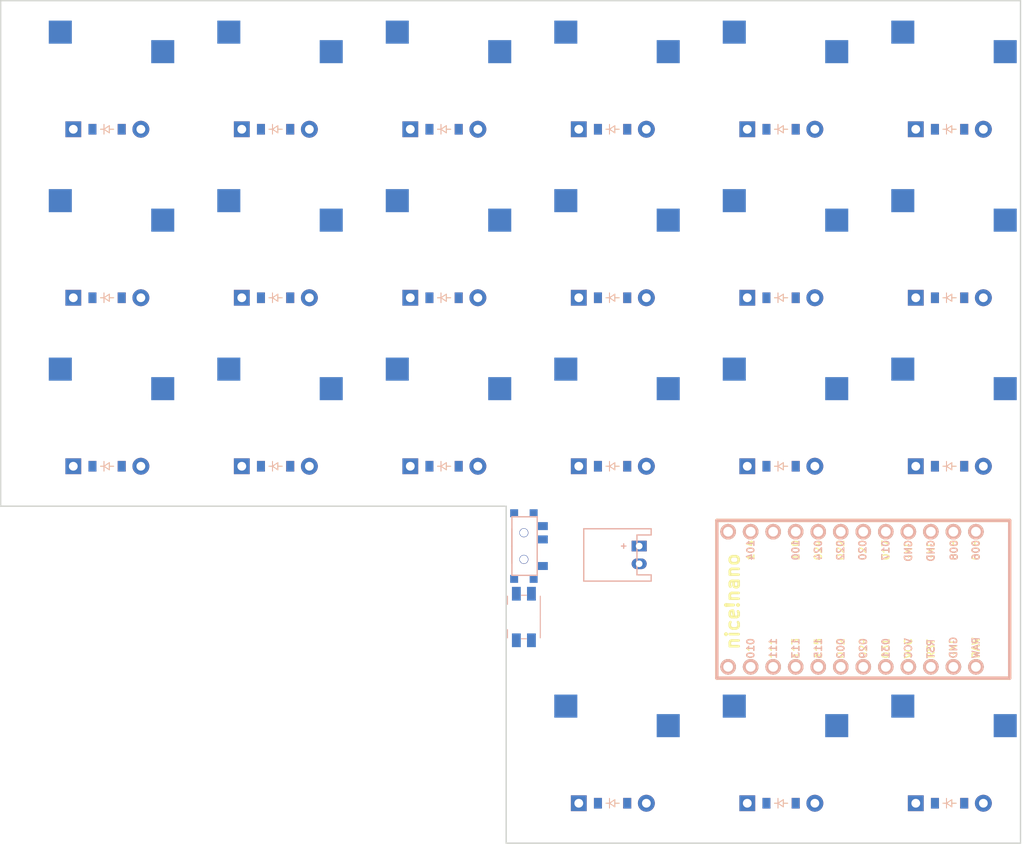
<source format=kicad_pcb>
(kicad_pcb (version 20241229) (generator "pcbnew") (generator_version "9.0")
  (title_block (title "main") (rev "v1.0.0") (company "Unknown"))
  (layers (0 "F.Cu" signal) (2 "B.Cu" signal) (13 "F.Paste" user) (15 "B.Paste" user) (5 "F.SilkS" user) (7 "B.SilkS" user) (1 "F.Mask" user) (3 "B.Mask" user) (25 "Edge.Cuts" user))
  (net 0 "")
  (net 1 "P022")
  (net 2 "outer_bottom")
  (net 3 "outer_home")
  (net 4 "outer_top")
  (net 5 "P020")
  (net 6 "pinky_bottom")
  (net 7 "pinky_home")
  (net 8 "pinky_top")
  (net 9 "P017")
  (net 10 "ring_bottom")
  (net 11 "ring_home")
  (net 12 "ring_top")
  (net 13 "P113")
  (net 14 "middle_thumb")
  (net 15 "middle_bottom")
  (net 16 "middle_home")
  (net 17 "middle_top")
  (net 18 "P111")
  (net 19 "index_thumb")
  (net 20 "index_bottom")
  (net 21 "index_home")
  (net 22 "index_top")
  (net 23 "P115")
  (net 24 "inner_thumb")
  (net 25 "inner_bottom")
  (net 26 "inner_home")
  (net 27 "inner_top")
  (net 28 "P011")
  (net 29 "P100")
  (net 30 "P024")
  (net 31 "P010")
  (net 32 "RAW")
  (net 33 "GND")
  (net 34 "RST")
  (net 35 "VCC")
  (net 36 "P031")
  (net 37 "P029")
  (net 38 "P002")
  (net 39 "P009")
  (net 40 "P006")
  (net 41 "P008")
  (net 42 "P104")
  (net 43 "P106")
  (net 44 "pos")
  (footprint "E73:SPDT_C128955" (layer "F.Cu") (at 149 126 90)
    (property "Reference" "T1" (hide yes))
    (property "Value" "" (hide yes))
    (pad "" smd rect (at -3.7 -1.1 90) (size 0.9 0.9) (layers "B.Cu" "B.Mask" "B.Paste"))
    (pad "" smd rect (at -3.7 1.1 90) (size 0.9 0.9) (layers "B.Cu" "B.Mask" "B.Paste"))
    (pad "" np_thru_hole circle (at -1.5 0) (size 1 1) (drill 0.9) (layers "*.Cu" "*.Mask"))
    (pad "" np_thru_hole circle (at 1.5 0) (size 1 1) (drill 0.9) (layers "*.Cu" "*.Mask"))
    (pad "" smd rect (at 3.7 -1.1 90) (size 0.9 0.9) (layers "B.Cu" "B.Mask" "B.Paste"))
    (pad "" smd rect (at 3.7 1.1 90) (size 0.9 0.9) (layers "B.Cu" "B.Mask" "B.Paste"))
    (pad "1" smd rect (at -2.25 2.075 90) (size 0.9 1.25) (layers "B.Cu" "B.Mask" "B.Paste") (net 44 "pos"))
    (pad "2" smd rect (at 0.75 2.075 90) (size 0.9 1.25) (layers "B.Cu" "B.Mask" "B.Paste") (net 32 "RAW"))
    (pad "3" smd rect (at 2.25 2.075 90) (size 0.9 1.25) (layers "B.Cu" "B.Mask" "B.Paste"))
  )
  (footprint "PG1350" (layer "F.Cu") (at 195 93)
    (property "Reference" "S20" (hide yes))
    (property "Value" "" (hide yes))
    (pad "" np_thru_hole circle (at -5.5 0) (size 1.7018 1.7018) (drill 1.7018) (layers "*.Cu" "*.Mask"))
    (pad "" np_thru_hole circle (at 0 -5.95) (size 3 3) (drill 3) (layers "*.Cu" "*.Mask"))
    (pad "" np_thru_hole circle (at 0 0) (size 3.429 3.429) (drill 3.429) (layers "*.Cu" "*.Mask"))
    (pad "" np_thru_hole circle (at 5 -3.75) (size 3 3) (drill 3) (layers "*.Cu" "*.Mask"))
    (pad "" np_thru_hole circle (at 5.5 0) (size 1.7018 1.7018) (drill 1.7018) (layers "*.Cu" "*.Mask"))
    (pad "1" smd rect (at -3.275 -5.95) (size 2.6 2.6) (layers "B.Cu" "B.Mask" "B.Paste") (net 23 "P115"))
    (pad "2" smd rect (at 8.275 -3.75) (size 2.6 2.6) (layers "B.Cu" "B.Mask" "B.Paste") (net 26 "inner_home"))
  )
  (footprint "PG1350" (layer "F.Cu") (at 195 150)
    (property "Reference" "S18" (hide yes))
    (property "Value" "" (hide yes))
    (pad "" np_thru_hole circle (at -5.5 0) (size 1.7018 1.7018) (drill 1.7018) (layers "*.Cu" "*.Mask"))
    (pad "" np_thru_hole circle (at 0 -5.95) (size 3 3) (drill 3) (layers "*.Cu" "*.Mask"))
    (pad "" np_thru_hole circle (at 0 0) (size 3.429 3.429) (drill 3.429) (layers "*.Cu" "*.Mask"))
    (pad "" np_thru_hole circle (at 5 -3.75) (size 3 3) (drill 3) (layers "*.Cu" "*.Mask"))
    (pad "" np_thru_hole circle (at 5.5 0) (size 1.7018 1.7018) (drill 1.7018) (layers "*.Cu" "*.Mask"))
    (pad "1" smd rect (at -3.275 -5.95) (size 2.6 2.6) (layers "B.Cu" "B.Mask" "B.Paste") (net 23 "P115"))
    (pad "2" smd rect (at 8.275 -3.75) (size 2.6 2.6) (layers "B.Cu" "B.Mask" "B.Paste") (net 24 "inner_thumb"))
  )
  (footprint "PG1350" (layer "F.Cu") (at 195 112)
    (property "Reference" "S19" (hide yes))
    (property "Value" "" (hide yes))
    (pad "" np_thru_hole circle (at -5.5 0) (size 1.7018 1.7018) (drill 1.7018) (layers "*.Cu" "*.Mask"))
    (pad "" np_thru_hole circle (at 0 -5.95) (size 3 3) (drill 3) (layers "*.Cu" "*.Mask"))
    (pad "" np_thru_hole circle (at 0 0) (size 3.429 3.429) (drill 3.429) (layers "*.Cu" "*.Mask"))
    (pad "" np_thru_hole circle (at 5 -3.75) (size 3 3) (drill 3) (layers "*.Cu" "*.Mask"))
    (pad "" np_thru_hole circle (at 5.5 0) (size 1.7018 1.7018) (drill 1.7018) (layers "*.Cu" "*.Mask"))
    (pad "1" smd rect (at -3.275 -5.95) (size 2.6 2.6) (layers "B.Cu" "B.Mask" "B.Paste") (net 23 "P115"))
    (pad "2" smd rect (at 8.275 -3.75) (size 2.6 2.6) (layers "B.Cu" "B.Mask" "B.Paste") (net 25 "inner_bottom"))
  )
  (footprint "ComboDiode" (layer "F.Cu") (at 121 79)
    (property "Reference" "D6" (hide yes))
    (property "Value" "" (hide yes))
    (pad "1" thru_hole rect (at -3.81 0) (size 1.778 1.778) (drill 0.9906) (layers "*.Cu" "*.Mask") (net 30 "P024"))
    (pad "1" smd rect (at -1.65 0) (size 0.9 1.2) (layers "F.Cu" "F.Mask" "F.Paste") (net 30 "P024"))
    (pad "1" smd rect (at -1.65 0) (size 0.9 1.2) (layers "B.Cu" "B.Mask" "B.Paste") (net 30 "P024"))
    (pad "2" smd rect (at 1.65 0) (size 0.9 1.2) (layers "F.Cu" "F.Mask" "F.Paste") (net 8 "pinky_top"))
    (pad "2" smd rect (at 1.65 0) (size 0.9 1.2) (layers "B.Cu" "B.Mask" "B.Paste") (net 8 "pinky_top"))
    (pad "2" thru_hole circle (at 3.81 0) (size 1.905 1.905) (drill 0.9906) (layers "*.Cu" "*.Mask") (net 8 "pinky_top"))
  )
  (footprint "ComboDiode" (layer "F.Cu") (at 197 117)
    (property "Reference" "D19" (hide yes))
    (property "Value" "" (hide yes))
    (pad "1" thru_hole rect (at -3.81 0) (size 1.778 1.778) (drill 0.9906) (layers "*.Cu" "*.Mask") (net 28 "P011"))
    (pad "1" smd rect (at -1.65 0) (size 0.9 1.2) (layers "F.Cu" "F.Mask" "F.Paste") (net 28 "P011"))
    (pad "1" smd rect (at -1.65 0) (size 0.9 1.2) (layers "B.Cu" "B.Mask" "B.Paste") (net 28 "P011"))
    (pad "2" smd rect (at 1.65 0) (size 0.9 1.2) (layers "F.Cu" "F.Mask" "F.Paste") (net 25 "inner_bottom"))
    (pad "2" smd rect (at 1.65 0) (size 0.9 1.2) (layers "B.Cu" "B.Mask" "B.Paste") (net 25 "inner_bottom"))
    (pad "2" thru_hole circle (at 3.81 0) (size 1.905 1.905) (drill 0.9906) (layers "*.Cu" "*.Mask") (net 25 "inner_bottom"))
  )
  (footprint "ComboDiode" (layer "F.Cu") (at 178 98)
    (property "Reference" "D16" (hide yes))
    (property "Value" "" (hide yes))
    (pad "1" thru_hole rect (at -3.81 0) (size 1.778 1.778) (drill 0.9906) (layers "*.Cu" "*.Mask") (net 29 "P100"))
    (pad "1" smd rect (at -1.65 0) (size 0.9 1.2) (layers "F.Cu" "F.Mask" "F.Paste") (net 29 "P100"))
    (pad "1" smd rect (at -1.65 0) (size 0.9 1.2) (layers "B.Cu" "B.Mask" "B.Paste") (net 29 "P100"))
    (pad "2" smd rect (at 1.65 0) (size 0.9 1.2) (layers "F.Cu" "F.Mask" "F.Paste") (net 21 "index_home"))
    (pad "2" smd rect (at 1.65 0) (size 0.9 1.2) (layers "B.Cu" "B.Mask" "B.Paste") (net 21 "index_home"))
    (pad "2" thru_hole circle (at 3.81 0) (size 1.905 1.905) (drill 0.9906) (layers "*.Cu" "*.Mask") (net 21 "index_home"))
  )
  (footprint "PG1350" (layer "F.Cu") (at 100 112)
    (property "Reference" "S1" (hide yes))
    (property "Value" "" (hide yes))
    (pad "" np_thru_hole circle (at -5.5 0) (size 1.7018 1.7018) (drill 1.7018) (layers "*.Cu" "*.Mask"))
    (pad "" np_thru_hole circle (at 0 -5.95) (size 3 3) (drill 3) (layers "*.Cu" "*.Mask"))
    (pad "" np_thru_hole circle (at 0 0) (size 3.429 3.429) (drill 3.429) (layers "*.Cu" "*.Mask"))
    (pad "" np_thru_hole circle (at 5 -3.75) (size 3 3) (drill 3) (layers "*.Cu" "*.Mask"))
    (pad "" np_thru_hole circle (at 5.5 0) (size 1.7018 1.7018) (drill 1.7018) (layers "*.Cu" "*.Mask"))
    (pad "1" smd rect (at -3.275 -5.95) (size 2.6 2.6) (layers "B.Cu" "B.Mask" "B.Paste") (net 1 "P022"))
    (pad "2" smd rect (at 8.275 -3.75) (size 2.6 2.6) (layers "B.Cu" "B.Mask" "B.Paste") (net 2 "outer_bottom"))
  )
  (footprint "nice_nano" (layer "F.Cu") (at 186 132 180)
    (property "Reference" "MCU1" (hide yes))
    (property "Value" "nice_nano" (hide yes))
    (fp_text user "024" (at 3.81 5.53719 270) (layer "F.SilkS") (effects (font (size 0.8 0.8))))
    (fp_text user "104" (at 11.43 5.53719 270) (layer "F.SilkS") (effects (font (size 0.8 0.8))))
    (fp_text user "GND" (at -6.35 5.461 270) (layer "F.SilkS") (effects (font (size 0.8 0.8))))
    (fp_text user "029" (at -1.27 -5.537191 270) (layer "F.SilkS") (effects (font (size 0.8 0.8))))
    (fp_text user "GND" (at -11.43 -5.454667 270) (layer "F.SilkS") (effects (font (size 0.8 0.8))))
    (fp_text user "020" (at -1.2 5.53719 270) (layer "F.SilkS") (effects (font (size 0.8 0.8))))
    (fp_text user "031" (at -3.81 -5.537191 270) (layer "F.SilkS") (effects (font (size 0.8 0.8))))
    (fp_text user "017" (at -3.8 5.53719 270) (layer "F.SilkS") (effects (font (size 0.8 0.8))))
    (fp_text user "100" (at 6.35 5.53719 270) (layer "F.SilkS") (effects (font (size 0.8 0.8))))
    (fp_text user "002" (at 1.27 -5.537191 270) (layer "F.SilkS") (effects (font (size 0.8 0.8))))
    (fp_text user "022" (at 1.3 5.53719 270) (layer "F.SilkS") (effects (font (size 0.8 0.8))))
    (fp_text user "113" (at 6.35 -5.537191 270) (layer "F.SilkS") (effects (font (size 0.8 0.8))))
    (fp_text user "010" (at 11.43 -5.537191 270) (layer "F.SilkS") (effects (font (size 0.8 0.8))))
    (fp_text user "111" (at 8.89 -5.537191 270) (layer "F.SilkS") (effects (font (size 0.8 0.8))))
    (fp_text user "115" (at 3.81 -5.537191 270) (layer "F.SilkS") (effects (font (size 0.8 0.8))))
    (fp_text user "008" (at -11.5 5.53719 270) (layer "F.SilkS") (effects (font (size 0.8 0.8))))
    (fp_text user "RAW" (at -13.97 -5.473715 270) (layer "F.SilkS") (effects (font (size 0.8 0.8))))
    (fp_text user "GND" (at -8.89 5.461 270) (layer "F.SilkS") (effects (font (size 0.8 0.8))))
    (fp_text user "006" (at -13.97 5.53719 270) (layer "F.SilkS") (effects (font (size 0.8 0.8))))
    (fp_text user "RST" (at -8.89 -5.588 270) (layer "F.SilkS") (effects (font (size 0.8 0.8))))
    (fp_text user "nice!nano" (at 13.462 -0.254 270) (layer "F.SilkS") (effects (font (size 1.5 1.5) (thickness 0.3))))
    (fp_text user "VCC" (at -6.35 -5.537191 270) (layer "F.SilkS") (effects (font (size 0.8 0.8))))
    (fp_text user "017" (at -3.8 5.53719 270) (layer "B.SilkS") (effects (font (size 0.8 0.8)) (justify mirror)))
    (fp_text user "020" (at -1.2 5.53719 270) (layer "B.SilkS") (effects (font (size 0.8 0.8)) (justify mirror)))
    (fp_text user "010" (at 11.43 -5.537191 270) (layer "B.SilkS") (effects (font (size 0.8 0.8)) (justify mirror)))
    (fp_text user "GND" (at -8.89 5.461 270) (layer "B.SilkS") (effects (font (size 0.8 0.8)) (justify mirror)))
    (fp_text user "113" (at 6.35 -5.537191 270) (layer "B.SilkS") (effects (font (size 0.8 0.8)) (justify mirror)))
    (fp_text user "022" (at 1.3 5.53719 270) (layer "B.SilkS") (effects (font (size 0.8 0.8)) (justify mirror)))
    (fp_text user "100" (at 6.35 5.53719 270) (layer "B.SilkS") (effects (font (size 0.8 0.8)) (justify mirror)))
    (fp_text user "006" (at -13.97 5.53719 270) (layer "B.SilkS") (effects (font (size 0.8 0.8)) (justify mirror)))
    (fp_text user "GND" (at -11.43 -5.454667 270) (layer "B.SilkS") (effects (font (size 0.8 0.8)) (justify mirror)))
    (fp_text user "RAW" (at -13.97 -5.473715 270) (layer "B.SilkS") (effects (font (size 0.8 0.8)) (justify mirror)))
    (fp_text user "111" (at 8.89 -5.537191 270) (layer "B.SilkS") (effects (font (size 0.8 0.8)) (justify mirror)))
    (fp_text user "104" (at 11.43 5.53719 270) (layer "B.SilkS") (effects (font (size 0.8 0.8)) (justify mirror)))
    (fp_text user "008" (at -11.5 5.53719 270) (layer "B.SilkS") (effects (font (size 0.8 0.8)) (justify mirror)))
    (fp_text user "002" (at 1.27 -5.537191 270) (layer "B.SilkS") (effects (font (size 0.8 0.8)) (justify mirror)))
    (fp_text user "031" (at -3.81 -5.537191 270) (layer "B.SilkS") (effects (font (size 0.8 0.8)) (justify mirror)))
    (fp_text user "029" (at -1.27 -5.537191 270) (layer "B.SilkS") (effects (font (size 0.8 0.8)) (justify mirror)))
    (fp_text user "VCC" (at -6.35 -5.537191 270) (layer "B.SilkS") (effects (font (size 0.8 0.8)) (justify mirror)))
    (fp_text user "GND" (at -6.35 5.461 270) (layer "B.SilkS") (effects (font (size 0.8 0.8)) (justify mirror)))
    (fp_text user "024" (at 3.81 5.53719 270) (layer "B.SilkS") (effects (font (size 0.8 0.8)) (justify mirror)))
    (fp_text user "RST" (at -8.89 -5.588 270) (layer "B.SilkS") (effects (font (size 0.8 0.8)) (justify mirror)))
    (fp_text user "115" (at 3.81 -5.537191 270) (layer "B.SilkS") (effects (font (size 0.8 0.8)) (justify mirror)))
    (pad "1" thru_hole circle (at -13.97 7.62) (size 1.7526 1.7526) (drill 1.0922) (layers "*.Cu" "*.SilkS" "*.Mask") (net 40 "P006"))
    (pad "2" thru_hole circle (at -11.43 7.62) (size 1.7526 1.7526) (drill 1.0922) (layers "*.Cu" "*.SilkS" "*.Mask") (net 41 "P008"))
    (pad "3" thru_hole circle (at -8.89 7.62) (size 1.7526 1.7526) (drill 1.0922) (layers "*.Cu" "*.SilkS" "*.Mask") (net 33 "GND"))
    (pad "4" thru_hole circle (at -6.35 7.62) (size 1.7526 1.7526) (drill 1.0922) (layers "*.Cu" "*.SilkS" "*.Mask") (net 33 "GND"))
    (pad "5" thru_hole circle (at -3.81 7.62) (size 1.7526 1.7526) (drill 1.0922) (layers "*.Cu" "*.SilkS" "*.Mask") (net 9 "P017"))
    (pad "6" thru_hole circle (at -1.27 7.62) (size 1.7526 1.7526) (drill 1.0922) (layers "*.Cu" "*.SilkS" "*.Mask") (net 5 "P020"))
    (pad "7" thru_hole circle (at 1.27 7.62) (size 1.7526 1.7526) (drill 1.0922) (layers "*.Cu" "*.SilkS" "*.Mask") (net 1 "P022"))
    (pad "8" thru_hole circle (at 3.81 7.62) (size 1.7526 1.7526) (drill 1.0922) (layers "*.Cu" "*.SilkS" "*.Mask") (net 30 "P024"))
    (pad "9" thru_hole circle (at 6.35 7.62) (size 1.7526 1.7526) (drill 1.0922) (layers "*.Cu" "*.SilkS" "*.Mask") (net 29 "P100"))
    (pad "10" thru_hole circle (at 8.89 7.62) (size 1.7526 1.7526) (drill 1.0922) (layers "*.Cu" "*.SilkS" "*.Mask") (net 28 "P011"))
    (pad "11" thru_hole circle (at 11.43 7.62) (size 1.7526 1.7526) (drill 1.0922) (layers "*.Cu" "*.SilkS" "*.Mask") (net 42 "P104"))
    (pad "12" thru_hole circle (at 13.97 7.62) (size 1.7526 1.7526) (drill 1.0922) (layers "*.Cu" "*.SilkS" "*.Mask") (net 43 "P106"))
    (pad "13" thru_hole circle (at 13.97 -7.62) (size 1.7526 1.7526) (drill 1.0922) (layers "*.Cu" "*.SilkS" "*.Mask") (net 39 "P009"))
    (pad "14" thru_hole circle (at 11.43 -7.62) (size 1.7526 1.7526) (drill 1.0922) (layers "*.Cu" "*.SilkS" "*.Mask") (net 31 "P010"))
    (pad "15" thru_hole circle (at 8.89 -7.62) (size 1.7526 1.7526) (drill 1.0922) (layers "*.Cu" "*.SilkS" "*.Mask") (net 18 "P111"))
    (pad "16" thru_hole circle (at 6.35 -7.62) (size 1.7526 1.7526) (drill 1.0922) (layers "*.Cu" "*.SilkS" "*.Mask") (net 13 "P113"))
    (pad "17" thru_hole circle (at 3.81 -7.62) (size 1.7526 1.7526) (drill 1.0922) (layers "*.Cu" "*.SilkS" "*.Mask") (net 23 "P115"))
    (pad "18" thru_hole circle (at 1.27 -7.62) (size 1.7526 1.7526) (drill 1.0922) (layers "*.Cu" "*.SilkS" "*.Mask") (net 38 "P002"))
    (pad "19" thru_hole circle (at -1.27 -7.62) (size 1.7526 1.7526) (drill 1.0922) (layers "*.Cu" "*.SilkS" "*.Mask") (net 37 "P029"))
    (pad "20" thru_hole circle (at -3.81 -7.62) (size 1.7526 1.7526) (drill 1.0922) (layers "*.Cu" "*.SilkS" "*.Mask") (net 36 "P031"))
    (pad "21" thru_hole circle (at -6.35 -7.62) (size 1.7526 1.7526) (drill 1.0922) (layers "*.Cu" "*.SilkS" "*.Mask") (net 35 "VCC"))
    (pad "22" thru_hole circle (at -8.89 -7.62) (size 1.7526 1.7526) (drill 1.0922) (layers "*.Cu" "*.SilkS" "*.Mask") (net 34 "RST"))
    (pad "23" thru_hole circle (at -11.43 -7.62) (size 1.7526 1.7526) (drill 1.0922) (layers "*.Cu" "*.SilkS" "*.Mask") (net 33 "GND"))
    (pad "24" thru_hole circle (at -13.97 -7.62) (size 1.7526 1.7526) (drill 1.0922) (layers "*.Cu" "*.SilkS" "*.Mask") (net 32 "RAW"))
  )
  (footprint "ComboDiode" (layer "F.Cu") (at 159 155)
    (property "Reference" "D10" (hide yes))
    (property "Value" "" (hide yes))
    (pad "1" thru_hole rect (at -3.81 0) (size 1.778 1.778) (drill 0.9906) (layers "*.Cu" "*.Mask") (net 31 "P010"))
    (pad "1" smd rect (at -1.65 0) (size 0.9 1.2) (layers "F.Cu" "F.Mask" "F.Paste") (net 31 "P010"))
    (pad "1" smd rect (at -1.65 0) (size 0.9 1.2) (layers "B.Cu" "B.Mask" "B.Paste") (net 31 "P010"))
    (pad "2" smd rect (at 1.65 0) (size 0.9 1.2) (layers "F.Cu" "F.Mask" "F.Paste") (net 14 "middle_thumb"))
    (pad "2" smd rect (at 1.65 0) (size 0.9 1.2) (layers "B.Cu" "B.Mask" "B.Paste") (net 14 "middle_thumb"))
    (pad "2" thru_hole circle (at 3.81 0) (size 1.905 1.905) (drill 0.9906) (layers "*.Cu" "*.Mask") (net 14 "middle_thumb"))
  )
  (footprint "ComboDiode" (layer "F.Cu") (at 140 79)
    (property "Reference" "D9" (hide yes))
    (property "Value" "" (hide yes))
    (pad "1" thru_hole rect (at -3.81 0) (size 1.778 1.778) (drill 0.9906) (layers "*.Cu" "*.Mask") (net 30 "P024"))
    (pad "1" smd rect (at -1.65 0) (size 0.9 1.2) (layers "F.Cu" "F.Mask" "F.Paste") (net 30 "P024"))
    (pad "1" smd rect (at -1.65 0) (size 0.9 1.2) (layers "B.Cu" "B.Mask" "B.Paste") (net 30 "P024"))
    (pad "2" smd rect (at 1.65 0) (size 0.9 1.2) (layers "F.Cu" "F.Mask" "F.Paste") (net 12 "ring_top"))
    (pad "2" smd rect (at 1.65 0) (size 0.9 1.2) (layers "B.Cu" "B.Mask" "B.Paste") (net 12 "ring_top"))
    (pad "2" thru_hole circle (at 3.81 0) (size 1.905 1.905) (drill 0.9906) (layers "*.Cu" "*.Mask") (net 12 "ring_top"))
  )
  (footprint "ComboDiode" (layer "F.Cu") (at 178 155)
    (property "Reference" "D14" (hide yes))
    (property "Value" "" (hide yes))
    (pad "1" thru_hole rect (at -3.81 0) (size 1.778 1.778) (drill 0.9906) (layers "*.Cu" "*.Mask") (net 31 "P010"))
    (pad "1" smd rect (at -1.65 0) (size 0.9 1.2) (layers "F.Cu" "F.Mask" "F.Paste") (net 31 "P010"))
    (pad "1" smd rect (at -1.65 0) (size 0.9 1.2) (layers "B.Cu" "B.Mask" "B.Paste") (net 31 "P010"))
    (pad "2" smd rect (at 1.65 0) (size 0.9 1.2) (layers "F.Cu" "F.Mask" "F.Paste") (net 19 "index_thumb"))
    (pad "2" smd rect (at 1.65 0) (size 0.9 1.2) (layers "B.Cu" "B.Mask" "B.Paste") (net 19 "index_thumb"))
    (pad "2" thru_hole circle (at 3.81 0) (size 1.905 1.905) (drill 0.9906) (layers "*.Cu" "*.Mask") (net 19 "index_thumb"))
  )
  (footprint "ComboDiode" (layer "F.Cu") (at 159 117)
    (property "Reference" "D11" (hide yes))
    (property "Value" "" (hide yes))
    (pad "1" thru_hole rect (at -3.81 0) (size 1.778 1.778) (drill 0.9906) (layers "*.Cu" "*.Mask") (net 28 "P011"))
    (pad "1" smd rect (at -1.65 0) (size 0.9 1.2) (layers "F.Cu" "F.Mask" "F.Paste") (net 28 "P011"))
    (pad "1" smd rect (at -1.65 0) (size 0.9 1.2) (layers "B.Cu" "B.Mask" "B.Paste") (net 28 "P011"))
    (pad "2" smd rect (at 1.65 0) (size 0.9 1.2) (layers "F.Cu" "F.Mask" "F.Paste") (net 15 "middle_bottom"))
    (pad "2" smd rect (at 1.65 0) (size 0.9 1.2) (layers "B.Cu" "B.Mask" "B.Paste") (net 15 "middle_bottom"))
    (pad "2" thru_hole circle (at 3.81 0) (size 1.905 1.905) (drill 0.9906) (layers "*.Cu" "*.Mask") (net 15 "middle_bottom"))
  )
  (footprint "PG1350" (layer "F.Cu") (at 138 112)
    (property "Reference" "S7" (hide yes))
    (property "Value" "" (hide yes))
    (pad "" np_thru_hole circle (at -5.5 0) (size 1.7018 1.7018) (drill 1.7018) (layers "*.Cu" "*.Mask"))
    (pad "" np_thru_hole circle (at 0 -5.95) (size 3 3) (drill 3) (layers "*.Cu" "*.Mask"))
    (pad "" np_thru_hole circle (at 0 0) (size 3.429 3.429) (drill 3.429) (layers "*.Cu" "*.Mask"))
    (pad "" np_thru_hole circle (at 5 -3.75) (size 3 3) (drill 3) (layers "*.Cu" "*.Mask"))
    (pad "" np_thru_hole circle (at 5.5 0) (size 1.7018 1.7018) (drill 1.7018) (layers "*.Cu" "*.Mask"))
    (pad "1" smd rect (at -3.275 -5.95) (size 2.6 2.6) (layers "B.Cu" "B.Mask" "B.Paste") (net 9 "P017"))
    (pad "2" smd rect (at 8.275 -3.75) (size 2.6 2.6) (layers "B.Cu" "B.Mask" "B.Paste") (net 10 "ring_bottom"))
  )
  (footprint "ComboDiode" (layer "F.Cu") (at 178 79)
    (property "Reference" "D17" (hide yes))
    (property "Value" "" (hide yes))
    (pad "1" thru_hole rect (at -3.81 0) (size 1.778 1.778) (drill 0.9906) (layers "*.Cu" "*.Mask") (net 30 "P024"))
    (pad "1" smd rect (at -1.65 0) (size 0.9 1.2) (layers "F.Cu" "F.Mask" "F.Paste") (net 30 "P024"))
    (pad "1" smd rect (at -1.65 0) (size 0.9 1.2) (layers "B.Cu" "B.Mask" "B.Paste") (net 30 "P024"))
    (pad "2" smd rect (at 1.65 0) (size 0.9 1.2) (layers "F.Cu" "F.Mask" "F.Paste") (net 22 "index_top"))
    (pad "2" smd rect (at 1.65 0) (size 0.9 1.2) (layers "B.Cu" "B.Mask" "B.Paste") (net 22 "index_top"))
    (pad "2" thru_hole circle (at 3.81 0) (size 1.905 1.905) (drill 0.9906) (layers "*.Cu" "*.Mask") (net 22 "index_top"))
  )
  (footprint "ComboDiode" (layer "F.Cu") (at 121 117)
    (property "Reference" "D4" (hide yes))
    (property "Value" "" (hide yes))
    (pad "1" thru_hole rect (at -3.81 0) (size 1.778 1.778) (drill 0.9906) (layers "*.Cu" "*.Mask") (net 28 "P011"))
    (pad "1" smd rect (at -1.65 0) (size 0.9 1.2) (layers "F.Cu" "F.Mask" "F.Paste") (net 28 "P011"))
    (pad "1" smd rect (at -1.65 0) (size 0.9 1.2) (layers "B.Cu" "B.Mask" "B.Paste") (net 28 "P011"))
    (pad "2" smd rect (at 1.65 0) (size 0.9 1.2) (layers "F.Cu" "F.Mask" "F.Paste") (net 6 "pinky_bottom"))
    (pad "2" smd rect (at 1.65 0) (size 0.9 1.2) (layers "B.Cu" "B.Mask" "B.Paste") (net 6 "pinky_bottom"))
    (pad "2" thru_hole circle (at 3.81 0) (size 1.905 1.905) (drill 0.9906) (layers "*.Cu" "*.Mask") (net 6 "pinky_bottom"))
  )
  (footprint "PG1350" (layer "F.Cu") (at 138 74)
    (property "Reference" "S9" (hide yes))
    (property "Value" "" (hide yes))
    (pad "" np_thru_hole circle (at -5.5 0) (size 1.7018 1.7018) (drill 1.7018) (layers "*.Cu" "*.Mask"))
    (pad "" np_thru_hole circle (at 0 -5.95) (size 3 3) (drill 3) (layers "*.Cu" "*.Mask"))
    (pad "" np_thru_hole circle (at 0 0) (size 3.429 3.429) (drill 3.429) (layers "*.Cu" "*.Mask"))
    (pad "" np_thru_hole circle (at 5 -3.75) (size 3 3) (drill 3) (layers "*.Cu" "*.Mask"))
    (pad "" np_thru_hole circle (at 5.5 0) (size 1.7018 1.7018) (drill 1.7018) (layers "*.Cu" "*.Mask"))
    (pad "1" smd rect (at -3.275 -5.95) (size 2.6 2.6) (layers "B.Cu" "B.Mask" "B.Paste") (net 9 "P017"))
    (pad "2" smd rect (at 8.275 -3.75) (size 2.6 2.6) (layers "B.Cu" "B.Mask" "B.Paste") (net 12 "ring_top"))
  )
  (footprint "ComboDiode" (layer "F.Cu") (at 178 117)
    (property "Reference" "D15" (hide yes))
    (property "Value" "" (hide yes))
    (pad "1" thru_hole rect (at -3.81 0) (size 1.778 1.778) (drill 0.9906) (layers "*.Cu" "*.Mask") (net 28 "P011"))
    (pad "1" smd rect (at -1.65 0) (size 0.9 1.2) (layers "F.Cu" "F.Mask" "F.Paste") (net 28 "P011"))
    (pad "1" smd rect (at -1.65 0) (size 0.9 1.2) (layers "B.Cu" "B.Mask" "B.Paste") (net 28 "P011"))
    (pad "2" smd rect (at 1.65 0) (size 0.9 1.2) (layers "F.Cu" "F.Mask" "F.Paste") (net 20 "index_bottom"))
    (pad "2" smd rect (at 1.65 0) (size 0.9 1.2) (layers "B.Cu" "B.Mask" "B.Paste") (net 20 "index_bottom"))
    (pad "2" thru_hole circle (at 3.81 0) (size 1.905 1.905) (drill 0.9906) (layers "*.Cu" "*.Mask") (net 20 "index_bottom"))
  )
  (footprint "JST_PH_S2B-PH-K_02x2.00mm_Angled" (layer "F.Cu") (at 162 127 -90)
    (property "Reference" "JST1" (hide yes))
    (property "Value" "" (hide yes))
    (pad "1" thru_hole rect (at -1 0 270) (size 1.2 1.7) (drill 0.75) (layers "*.Cu" "*.Mask") (net 44 "pos"))
    (pad "2" thru_hole oval (at 1 0 270) (size 1.2 1.7) (drill 0.75) (layers "*.Cu" "*.Mask") (net 33 "GND"))
  )
  (footprint "PG1350" (layer "F.Cu") (at 157 74)
    (property "Reference" "S13" (hide yes))
    (property "Value" "" (hide yes))
    (pad "" np_thru_hole circle (at -5.5 0) (size 1.7018 1.7018) (drill 1.7018) (layers "*.Cu" "*.Mask"))
    (pad "" np_thru_hole circle (at 0 -5.95) (size 3 3) (drill 3) (layers "*.Cu" "*.Mask"))
    (pad "" np_thru_hole circle (at 0 0) (size 3.429 3.429) (drill 3.429) (layers "*.Cu" "*.Mask"))
    (pad "" np_thru_hole circle (at 5 -3.75) (size 3 3) (drill 3) (layers "*.Cu" "*.Mask"))
    (pad "" np_thru_hole circle (at 5.5 0) (size 1.7018 1.7018) (drill 1.7018) (layers "*.Cu" "*.Mask"))
    (pad "1" smd rect (at -3.275 -5.95) (size 2.6 2.6) (layers "B.Cu" "B.Mask" "B.Paste") (net 13 "P113"))
    (pad "2" smd rect (at 8.275 -3.75) (size 2.6 2.6) (layers "B.Cu" "B.Mask" "B.Paste") (net 17 "middle_top"))
  )
  (footprint "PG1350" (layer "F.Cu") (at 138 93)
    (property "Reference" "S8" (hide yes))
    (property "Value" "" (hide yes))
    (pad "" np_thru_hole circle (at -5.5 0) (size 1.7018 1.7018) (drill 1.7018) (layers "*.Cu" "*.Mask"))
    (pad "" np_thru_hole circle (at 0 -5.95) (size 3 3) (drill 3) (layers "*.Cu" "*.Mask"))
    (pad "" np_thru_hole circle (at 0 0) (size 3.429 3.429) (drill 3.429) (layers "*.Cu" "*.Mask"))
    (pad "" np_thru_hole circle (at 5 -3.75) (size 3 3) (drill 3) (layers "*.Cu" "*.Mask"))
    (pad "" np_thru_hole circle (at 5.5 0) (size 1.7018 1.7018) (drill 1.7018) (layers "*.Cu" "*.Mask"))
    (pad "1" smd rect (at -3.275 -5.95) (size 2.6 2.6) (layers "B.Cu" "B.Mask" "B.Paste") (net 9 "P017"))
    (pad "2" smd rect (at 8.275 -3.75) (size 2.6 2.6) (layers "B.Cu" "B.Mask" "B.Paste") (net 11 "ring_home"))
  )
  (footprint "ComboDiode" (layer "F.Cu") (at 121 98)
    (property "Reference" "D5" (hide yes))
    (property "Value" "" (hide yes))
    (pad "1" thru_hole rect (at -3.81 0) (size 1.778 1.778) (drill 0.9906) (layers "*.Cu" "*.Mask") (net 29 "P100"))
    (pad "1" smd rect (at -1.65 0) (size 0.9 1.2) (layers "F.Cu" "F.Mask" "F.Paste") (net 29 "P100"))
    (pad "1" smd rect (at -1.65 0) (size 0.9 1.2) (layers "B.Cu" "B.Mask" "B.Paste") (net 29 "P100"))
    (pad "2" smd rect (at 1.65 0) (size 0.9 1.2) (layers "F.Cu" "F.Mask" "F.Paste") (net 7 "pinky_home"))
    (pad "2" smd rect (at 1.65 0) (size 0.9 1.2) (layers "B.Cu" "B.Mask" "B.Paste") (net 7 "pinky_home"))
    (pad "2" thru_hole circle (at 3.81 0) (size 1.905 1.905) (drill 0.9906) (layers "*.Cu" "*.Mask") (net 7 "pinky_home"))
  )
  (footprint "PG1350" (layer "F.Cu") (at 119 74)
    (property "Reference" "S6" (hide yes))
    (property "Value" "" (hide yes))
    (pad "" np_thru_hole circle (at -5.5 0) (size 1.7018 1.7018) (drill 1.7018) (layers "*.Cu" "*.Mask"))
    (pad "" np_thru_hole circle (at 0 -5.95) (size 3 3) (drill 3) (layers "*.Cu" "*.Mask"))
    (pad "" np_thru_hole circle (at 0 0) (size 3.429 3.429) (drill 3.429) (layers "*.Cu" "*.Mask"))
    (pad "" np_thru_hole circle (at 5 -3.75) (size 3 3) (drill 3) (layers "*.Cu" "*.Mask"))
    (pad "" np_thru_hole circle (at 5.5 0) (size 1.7018 1.7018) (drill 1.7018) (layers "*.Cu" "*.Mask"))
    (pad "1" smd rect (at -3.275 -5.95) (size 2.6 2.6) (layers "B.Cu" "B.Mask" "B.Paste") (net 5 "P020"))
    (pad "2" smd rect (at 8.275 -3.75) (size 2.6 2.6) (layers "B.Cu" "B.Mask" "B.Paste") (net 8 "pinky_top"))
  )
  (footprint "ComboDiode" (layer "F.Cu") (at 159 98)
    (property "Reference" "D12" (hide yes))
    (property "Value" "" (hide yes))
    (pad "1" thru_hole rect (at -3.81 0) (size 1.778 1.778) (drill 0.9906) (layers "*.Cu" "*.Mask") (net 29 "P100"))
    (pad "1" smd rect (at -1.65 0) (size 0.9 1.2) (layers "F.Cu" "F.Mask" "F.Paste") (net 29 "P100"))
    (pad "1" smd rect (at -1.65 0) (size 0.9 1.2) (layers "B.Cu" "B.Mask" "B.Paste") (net 29 "P100"))
    (pad "2" smd rect (at 1.65 0) (size 0.9 1.2) (layers "F.Cu" "F.Mask" "F.Paste") (net 16 "middle_home"))
    (pad "2" smd rect (at 1.65 0) (size 0.9 1.2) (layers "B.Cu" "B.Mask" "B.Paste") (net 16 "middle_home"))
    (pad "2" thru_hole circle (at 3.81 0) (size 1.905 1.905) (drill 0.9906) (layers "*.Cu" "*.Mask") (net 16 "middle_home"))
  )
  (footprint "PG1350" (layer "F.Cu") (at 157 150)
    (property "Reference" "S10" (hide yes))
    (property "Value" "" (hide yes))
    (pad "" np_thru_hole circle (at -5.5 0) (size 1.7018 1.7018) (drill 1.7018) (layers "*.Cu" "*.Mask"))
    (pad "" np_thru_hole circle (at 0 -5.95) (size 3 3) (drill 3) (layers "*.Cu" "*.Mask"))
    (pad "" np_thru_hole circle (at 0 0) (size 3.429 3.429) (drill 3.429) (layers "*.Cu" "*.Mask"))
    (pad "" np_thru_hole circle (at 5 -3.75) (size 3 3) (drill 3) (layers "*.Cu" "*.Mask"))
    (pad "" np_thru_hole circle (at 5.5 0) (size 1.7018 1.7018) (drill 1.7018) (layers "*.Cu" "*.Mask"))
    (pad "1" smd rect (at -3.275 -5.95) (size 2.6 2.6) (layers "B.Cu" "B.Mask" "B.Paste") (net 13 "P113"))
    (pad "2" smd rect (at 8.275 -3.75) (size 2.6 2.6) (layers "B.Cu" "B.Mask" "B.Paste") (net 14 "middle_thumb"))
  )
  (footprint "PG1350" (layer "F.Cu") (at 176 150)
    (property "Reference" "S14" (hide yes))
    (property "Value" "" (hide yes))
    (pad "" np_thru_hole circle (at -5.5 0) (size 1.7018 1.7018) (drill 1.7018) (layers "*.Cu" "*.Mask"))
    (pad "" np_thru_hole circle (at 0 -5.95) (size 3 3) (drill 3) (layers "*.Cu" "*.Mask"))
    (pad "" np_thru_hole circle (at 0 0) (size 3.429 3.429) (drill 3.429) (layers "*.Cu" "*.Mask"))
    (pad "" np_thru_hole circle (at 5 -3.75) (size 3 3) (drill 3) (layers "*.Cu" "*.Mask"))
    (pad "" np_thru_hole circle (at 5.5 0) (size 1.7018 1.7018) (drill 1.7018) (layers "*.Cu" "*.Mask"))
    (pad "1" smd rect (at -3.275 -5.95) (size 2.6 2.6) (layers "B.Cu" "B.Mask" "B.Paste") (net 18 "P111"))
    (pad "2" smd rect (at 8.275 -3.75) (size 2.6 2.6) (layers "B.Cu" "B.Mask" "B.Paste") (net 19 "index_thumb"))
  )
  (footprint "ComboDiode" (layer "F.Cu") (at 102 79)
    (property "Reference" "D3" (hide yes))
    (property "Value" "" (hide yes))
    (pad "1" thru_hole rect (at -3.81 0) (size 1.778 1.778) (drill 0.9906) (layers "*.Cu" "*.Mask") (net 30 "P024"))
    (pad "1" smd rect (at -1.65 0) (size 0.9 1.2) (layers "F.Cu" "F.Mask" "F.Paste") (net 30 "P024"))
    (pad "1" smd rect (at -1.65 0) (size 0.9 1.2) (layers "B.Cu" "B.Mask" "B.Paste") (net 30 "P024"))
    (pad "2" smd rect (at 1.65 0) (size 0.9 1.2) (layers "F.Cu" "F.Mask" "F.Paste") (net 4 "outer_top"))
    (pad "2" smd rect (at 1.65 0) (size 0.9 1.2) (layers "B.Cu" "B.Mask" "B.Paste") (net 4 "outer_top"))
    (pad "2" thru_hole circle (at 3.81 0) (size 1.905 1.905) (drill 0.9906) (layers "*.Cu" "*.Mask") (net 4 "outer_top"))
  )
  (footprint "PG1350" (layer "F.Cu") (at 157 93)
    (property "Reference" "S12" (hide yes))
    (property "Value" "" (hide yes))
    (pad "" np_thru_hole circle (at -5.5 0) (size 1.7018 1.7018) (drill 1.7018) (layers "*.Cu" "*.Mask"))
    (pad "" np_thru_hole circle (at 0 -5.95) (size 3 3) (drill 3) (layers "*.Cu" "*.Mask"))
    (pad "" np_thru_hole circle (at 0 0) (size 3.429 3.429) (drill 3.429) (layers "*.Cu" "*.Mask"))
    (pad "" np_thru_hole circle (at 5 -3.75) (size 3 3) (drill 3) (layers "*.Cu" "*.Mask"))
    (pad "" np_thru_hole circle (at 5.5 0) (size 1.7018 1.7018) (drill 1.7018) (layers "*.Cu" "*.Mask"))
    (pad "1" smd rect (at -3.275 -5.95) (size 2.6 2.6) (layers "B.Cu" "B.Mask" "B.Paste") (net 13 "P113"))
    (pad "2" smd rect (at 8.275 -3.75) (size 2.6 2.6) (layers "B.Cu" "B.Mask" "B.Paste") (net 16 "middle_home"))
  )
  (footprint "PG1350" (layer "F.Cu") (at 119 112)
    (property "Reference" "S4" (hide yes))
    (property "Value" "" (hide yes))
    (pad "" np_thru_hole circle (at -5.5 0) (size 1.7018 1.7018) (drill 1.7018) (layers "*.Cu" "*.Mask"))
    (pad "" np_thru_hole circle (at 0 -5.95) (size 3 3) (drill 3) (layers "*.Cu" "*.Mask"))
    (pad "" np_thru_hole circle (at 0 0) (size 3.429 3.429) (drill 3.429) (layers "*.Cu" "*.Mask"))
    (pad "" np_thru_hole circle (at 5 -3.75) (size 3 3) (drill 3) (layers "*.Cu" "*.Mask"))
    (pad "" np_thru_hole circle (at 5.5 0) (size 1.7018 1.7018) (drill 1.7018) (layers "*.Cu" "*.Mask"))
    (pad "1" smd rect (at -3.275 -5.95) (size 2.6 2.6) (layers "B.Cu" "B.Mask" "B.Paste") (net 5 "P020"))
    (pad "2" smd rect (at 8.275 -3.75) (size 2.6 2.6) (layers "B.Cu" "B.Mask" "B.Paste") (net 6 "pinky_bottom"))
  )
  (footprint "ComboDiode" (layer "F.Cu") (at 140 98)
    (property "Reference" "D8" (hide yes))
    (property "Value" "" (hide yes))
    (pad "1" thru_hole rect (at -3.81 0) (size 1.778 1.778) (drill 0.9906) (layers "*.Cu" "*.Mask") (net 29 "P100"))
    (pad "1" smd rect (at -1.65 0) (size 0.9 1.2) (layers "F.Cu" "F.Mask" "F.Paste") (net 29 "P100"))
    (pad "1" smd rect (at -1.65 0) (size 0.9 1.2) (layers "B.Cu" "B.Mask" "B.Paste") (net 29 "P100"))
    (pad "2" smd rect (at 1.65 0) (size 0.9 1.2) (layers "F.Cu" "F.Mask" "F.Paste") (net 11 "ring_home"))
    (pad "2" smd rect (at 1.65 0) (size 0.9 1.2) (layers "B.Cu" "B.Mask" "B.Paste") (net 11 "ring_home"))
    (pad "2" thru_hole circle (at 3.81 0) (size 1.905 1.905) (drill 0.9906) (layers "*.Cu" "*.Mask") (net 11 "ring_home"))
  )
  (footprint "PG1350" (layer "F.Cu") (at 176 112)
    (property "Reference" "S15" (hide yes))
    (property "Value" "" (hide yes))
    (pad "" np_thru_hole circle (at -5.5 0) (size 1.7018 1.7018) (drill 1.7018) (layers "*.Cu" "*.Mask"))
    (pad "" np_thru_hole circle (at 0 -5.95) (size 3 3) (drill 3) (layers "*.Cu" "*.Mask"))
    (pad "" np_thru_hole circle (at 0 0) (size 3.429 3.429) (drill 3.429) (layers "*.Cu" "*.Mask"))
    (pad "" np_thru_hole circle (at 5 -3.75) (size 3 3) (drill 3) (layers "*.Cu" "*.Mask"))
    (pad "" np_thru_hole circle (at 5.5 0) (size 1.7018 1.7018) (drill 1.7018) (layers "*.Cu" "*.Mask"))
    (pad "1" smd rect (at -3.275 -5.95) (size 2.6 2.6) (layers "B.Cu" "B.Mask" "B.Paste") (net 18 "P111"))
    (pad "2" smd rect (at 8.275 -3.75) (size 2.6 2.6) (layers "B.Cu" "B.Mask" "B.Paste") (net 20 "index_bottom"))
  )
  (footprint "PG1350" (layer "F.Cu") (at 157 112)
    (property "Reference" "S11" (hide yes))
    (property "Value" "" (hide yes))
    (pad "" np_thru_hole circle (at -5.5 0) (size 1.7018 1.7018) (drill 1.7018) (layers "*.Cu" "*.Mask"))
    (pad "" np_thru_hole circle (at 0 -5.95) (size 3 3) (drill 3) (layers "*.Cu" "*.Mask"))
    (pad "" np_thru_hole circle (at 0 0) (size 3.429 3.429) (drill 3.429) (layers "*.Cu" "*.Mask"))
    (pad "" np_thru_hole circle (at 5 -3.75) (size 3 3) (drill 3) (layers "*.Cu" "*.Mask"))
    (pad "" np_thru_hole circle (at 5.5 0) (size 1.7018 1.7018) (drill 1.7018) (layers "*.Cu" "*.Mask"))
    (pad "1" smd rect (at -3.275 -5.95) (size 2.6 2.6) (layers "B.Cu" "B.Mask" "B.Paste") (net 13 "P113"))
    (pad "2" smd rect (at 8.275 -3.75) (size 2.6 2.6) (layers "B.Cu" "B.Mask" "B.Paste") (net 15 "middle_bottom"))
  )
  (footprint "ComboDiode" (layer "F.Cu") (at 159 79)
    (property "Reference" "D13" (hide yes))
    (property "Value" "" (hide yes))
    (pad "1" thru_hole rect (at -3.81 0) (size 1.778 1.778) (drill 0.9906) (layers "*.Cu" "*.Mask") (net 30 "P024"))
    (pad "1" smd rect (at -1.65 0) (size 0.9 1.2) (layers "F.Cu" "F.Mask" "F.Paste") (net 30 "P024"))
    (pad "1" smd rect (at -1.65 0) (size 0.9 1.2) (layers "B.Cu" "B.Mask" "B.Paste") (net 30 "P024"))
    (pad "2" smd rect (at 1.65 0) (size 0.9 1.2) (layers "F.Cu" "F.Mask" "F.Paste") (net 17 "middle_top"))
    (pad "2" smd rect (at 1.65 0) (size 0.9 1.2) (layers "B.Cu" "B.Mask" "B.Paste") (net 17 "middle_top"))
    (pad "2" thru_hole circle (at 3.81 0) (size 1.905 1.905) (drill 0.9906) (layers "*.Cu" "*.Mask") (net 17 "middle_top"))
  )
  (footprint "ComboDiode" (layer "F.Cu") (at 102 98)
    (property "Reference" "D2" (hide yes))
    (property "Value" "" (hide yes))
    (pad "1" thru_hole rect (at -3.81 0) (size 1.778 1.778) (drill 0.9906) (layers "*.Cu" "*.Mask") (net 29 "P100"))
    (pad "1" smd rect (at -1.65 0) (size 0.9 1.2) (layers "F.Cu" "F.Mask" "F.Paste") (net 29 "P100"))
    (pad "1" smd rect (at -1.65 0) (size 0.9 1.2) (layers "B.Cu" "B.Mask" "B.Paste") (net 29 "P100"))
    (pad "2" smd rect (at 1.65 0) (size 0.9 1.2) (layers "F.Cu" "F.Mask" "F.Paste") (net 3 "outer_home"))
    (pad "2" smd rect (at 1.65 0) (size 0.9 1.2) (layers "B.Cu" "B.Mask" "B.Paste") (net 3 "outer_home"))
    (pad "2" thru_hole circle (at 3.81 0) (size 1.905 1.905) (drill 0.9906) (layers "*.Cu" "*.Mask") (net 3 "outer_home"))
  )
  (footprint "PG1350" (layer "F.Cu") (at 176 74)
    (property "Reference" "S17" (hide yes))
    (property "Value" "" (hide yes))
    (pad "" np_thru_hole circle (at -5.5 0) (size 1.7018 1.7018) (drill 1.7018) (layers "*.Cu" "*.Mask"))
    (pad "" np_thru_hole circle (at 0 -5.95) (size 3 3) (drill 3) (layers "*.Cu" "*.Mask"))
    (pad "" np_thru_hole circle (at 0 0) (size 3.429 3.429) (drill 3.429) (layers "*.Cu" "*.Mask"))
    (pad "" np_thru_hole circle (at 5 -3.75) (size 3 3) (drill 3) (layers "*.Cu" "*.Mask"))
    (pad "" np_thru_hole circle (at 5.5 0) (size 1.7018 1.7018) (drill 1.7018) (layers "*.Cu" "*.Mask"))
    (pad "1" smd rect (at -3.275 -5.95) (size 2.6 2.6) (layers "B.Cu" "B.Mask" "B.Paste") (net 18 "P111"))
    (pad "2" smd rect (at 8.275 -3.75) (size 2.6 2.6) (layers "B.Cu" "B.Mask" "B.Paste") (net 22 "index_top"))
  )
  (footprint "ComboDiode" (layer "F.Cu") (at 197 79)
    (property "Reference" "D21" (hide yes))
    (property "Value" "" (hide yes))
    (pad "1" thru_hole rect (at -3.81 0) (size 1.778 1.778) (drill 0.9906) (layers "*.Cu" "*.Mask") (net 30 "P024"))
    (pad "1" smd rect (at -1.65 0) (size 0.9 1.2) (layers "F.Cu" "F.Mask" "F.Paste") (net 30 "P024"))
    (pad "1" smd rect (at -1.65 0) (size 0.9 1.2) (layers "B.Cu" "B.Mask" "B.Paste") (net 30 "P024"))
    (pad "2" smd rect (at 1.65 0) (size 0.9 1.2) (layers "F.Cu" "F.Mask" "F.Paste") (net 27 "inner_top"))
    (pad "2" smd rect (at 1.65 0) (size 0.9 1.2) (layers "B.Cu" "B.Mask" "B.Paste") (net 27 "inner_top"))
    (pad "2" thru_hole circle (at 3.81 0) (size 1.905 1.905) (drill 0.9906) (layers "*.Cu" "*.Mask") (net 27 "inner_top"))
  )
  (footprint "PG1350" (layer "F.Cu") (at 176 93)
    (property "Reference" "S16" (hide yes))
    (property "Value" "" (hide yes))
    (pad "" np_thru_hole circle (at -5.5 0) (size 1.7018 1.7018) (drill 1.7018) (layers "*.Cu" "*.Mask"))
    (pad "" np_thru_hole circle (at 0 -5.95) (size 3 3) (drill 3) (layers "*.Cu" "*.Mask"))
    (pad "" np_thru_hole circle (at 0 0) (size 3.429 3.429) (drill 3.429) (layers "*.Cu" "*.Mask"))
    (pad "" np_thru_hole circle (at 5 -3.75) (size 3 3) (drill 3) (layers "*.Cu" "*.Mask"))
    (pad "" np_thru_hole circle (at 5.5 0) (size 1.7018 1.7018) (drill 1.7018) (layers "*.Cu" "*.Mask"))
    (pad "1" smd rect (at -3.275 -5.95) (size 2.6 2.6) (layers "B.Cu" "B.Mask" "B.Paste") (net 18 "P111"))
    (pad "2" smd rect (at 8.275 -3.75) (size 2.6 2.6) (layers "B.Cu" "B.Mask" "B.Paste") (net 21 "index_home"))
  )
  (footprint "PG1350" (layer "F.Cu") (at 100 93)
    (property "Reference" "S2" (hide yes))
    (property "Value" "" (hide yes))
    (pad "" np_thru_hole circle (at -5.5 0) (size 1.7018 1.7018) (drill 1.7018) (layers "*.Cu" "*.Mask"))
    (pad "" np_thru_hole circle (at 0 -5.95) (size 3 3) (drill 3) (layers "*.Cu" "*.Mask"))
    (pad "" np_thru_hole circle (at 0 0) (size 3.429 3.429) (drill 3.429) (layers "*.Cu" "*.Mask"))
    (pad "" np_thru_hole circle (at 5 -3.75) (size 3 3) (drill 3) (layers "*.Cu" "*.Mask"))
    (pad "" np_thru_hole circle (at 5.5 0) (size 1.7018 1.7018) (drill 1.7018) (layers "*.Cu" "*.Mask"))
    (pad "1" smd rect (at -3.275 -5.95) (size 2.6 2.6) (layers "B.Cu" "B.Mask" "B.Paste") (net 1 "P022"))
    (pad "2" smd rect (at 8.275 -3.75) (size 2.6 2.6) (layers "B.Cu" "B.Mask" "B.Paste") (net 3 "outer_home"))
  )
  (footprint "PG1350" (layer "F.Cu") (at 100 74)
    (property "Reference" "S3" (hide yes))
    (property "Value" "" (hide yes))
    (pad "" np_thru_hole circle (at -5.5 0) (size 1.7018 1.7018) (drill 1.7018) (layers "*.Cu" "*.Mask"))
    (pad "" np_thru_hole circle (at 0 -5.95) (size 3 3) (drill 3) (layers "*.Cu" "*.Mask"))
    (pad "" np_thru_hole circle (at 0 0) (size 3.429 3.429) (drill 3.429) (layers "*.Cu" "*.Mask"))
    (pad "" np_thru_hole circle (at 5 -3.75) (size 3 3) (drill 3) (layers "*.Cu" "*.Mask"))
    (pad "" np_thru_hole circle (at 5.5 0) (size 1.7018 1.7018) (drill 1.7018) (layers "*.Cu" "*.Mask"))
    (pad "1" smd rect (at -3.275 -5.95) (size 2.6 2.6) (layers "B.Cu" "B.Mask" "B.Paste") (net 1 "P022"))
    (pad "2" smd rect (at 8.275 -3.75) (size 2.6 2.6) (layers "B.Cu" "B.Mask" "B.Paste") (net 4 "outer_top"))
  )
  (footprint "ComboDiode" (layer "F.Cu") (at 197 98)
    (property "Reference" "D20" (hide yes))
    (property "Value" "" (hide yes))
    (pad "1" thru_hole rect (at -3.81 0) (size 1.778 1.778) (drill 0.9906) (layers "*.Cu" "*.Mask") (net 29 "P100"))
    (pad "1" smd rect (at -1.65 0) (size 0.9 1.2) (layers "F.Cu" "F.Mask" "F.Paste") (net 29 "P100"))
    (pad "1" smd rect (at -1.65 0) (size 0.9 1.2) (layers "B.Cu" "B.Mask" "B.Paste") (net 29 "P100"))
    (pad "2" smd rect (at 1.65 0) (size 0.9 1.2) (layers "F.Cu" "F.Mask" "F.Paste") (net 26 "inner_home"))
    (pad "2" smd rect (at 1.65 0) (size 0.9 1.2) (layers "B.Cu" "B.Mask" "B.Paste") (net 26 "inner_home"))
    (pad "2" thru_hole circle (at 3.81 0) (size 1.905 1.905) (drill 0.9906) (layers "*.Cu" "*.Mask") (net 26 "inner_home"))
  )
  (footprint "ComboDiode" (layer "F.Cu") (at 197 155)
    (property "Reference" "D18" (hide yes))
    (property "Value" "" (hide yes))
    (pad "1" thru_hole rect (at -3.81 0) (size 1.778 1.778) (drill 0.9906) (layers "*.Cu" "*.Mask") (net 31 "P010"))
    (pad "1" smd rect (at -1.65 0) (size 0.9 1.2) (layers "F.Cu" "F.Mask" "F.Paste") (net 31 "P010"))
    (pad "1" smd rect (at -1.65 0) (size 0.9 1.2) (layers "B.Cu" "B.Mask" "B.Paste") (net 31 "P010"))
    (pad "2" smd rect (at 1.65 0) (size 0.9 1.2) (layers "F.Cu" "F.Mask" "F.Paste") (net 24 "inner_thumb"))
    (pad "2" smd rect (at 1.65 0) (size 0.9 1.2) (layers "B.Cu" "B.Mask" "B.Paste") (net 24 "inner_thumb"))
    (pad "2" thru_hole circle (at 3.81 0) (size 1.905 1.905) (drill 0.9906) (layers "*.Cu" "*.Mask") (net 24 "inner_thumb"))
  )
  (footprint "PG1350" (layer "F.Cu") (at 119 93)
    (property "Reference" "S5" (hide yes))
    (property "Value" "" (hide yes))
    (pad "" np_thru_hole circle (at -5.5 0) (size 1.7018 1.7018) (drill 1.7018) (layers "*.Cu" "*.Mask"))
    (pad "" np_thru_hole circle (at 0 -5.95) (size 3 3) (drill 3) (layers "*.Cu" "*.Mask"))
    (pad "" np_thru_hole circle (at 0 0) (size 3.429 3.429) (drill 3.429) (layers "*.Cu" "*.Mask"))
    (pad "" np_thru_hole circle (at 5 -3.75) (size 3 3) (drill 3) (layers "*.Cu" "*.Mask"))
    (pad "" np_thru_hole circle (at 5.5 0) (size 1.7018 1.7018) (drill 1.7018) (layers "*.Cu" "*.Mask"))
    (pad "1" smd rect (at -3.275 -5.95) (size 2.6 2.6) (layers "B.Cu" "B.Mask" "B.Paste") (net 5 "P020"))
    (pad "2" smd rect (at 8.275 -3.75) (size 2.6 2.6) (layers "B.Cu" "B.Mask" "B.Paste") (net 7 "pinky_home"))
  )
  (footprint "ComboDiode" (layer "F.Cu") (at 140 117)
    (property "Reference" "D7" (hide yes))
    (property "Value" "" (hide yes))
    (pad "1" thru_hole rect (at -3.81 0) (size 1.778 1.778) (drill 0.9906) (layers "*.Cu" "*.Mask") (net 28 "P011"))
    (pad "1" smd rect (at -1.65 0) (size 0.9 1.2) (layers "F.Cu" "F.Mask" "F.Paste") (net 28 "P011"))
    (pad "1" smd rect (at -1.65 0) (size 0.9 1.2) (layers "B.Cu" "B.Mask" "B.Paste") (net 28 "P011"))
    (pad "2" smd rect (at 1.65 0) (size 0.9 1.2) (layers "F.Cu" "F.Mask" "F.Paste") (net 10 "ring_bottom"))
    (pad "2" smd rect (at 1.65 0) (size 0.9 1.2) (layers "B.Cu" "B.Mask" "B.Paste") (net 10 "ring_bottom"))
    (pad "2" thru_hole circle (at 3.81 0) (size 1.905 1.905) (drill 0.9906) (layers "*.Cu" "*.Mask") (net 10 "ring_bottom"))
  )
  (footprint "Panasonic_EVQPUL_EVQPUC" (layer "F.Cu") (at 149 134 90)
    (property "Reference" "B1" (hide yes))
    (property "Value" "Panasonic_EVQPUL_EVQPUC" (hide yes))
    (pad "" np_thru_hole circle (at 0 -1.375 90) (size 0.75 0.75) (drill 0.75) (layers "*.Cu" "*.Mask"))
    (pad "" np_thru_hole circle (at 0 1.375 90) (size 0.75 0.75) (drill 0.75) (layers "*.Cu" "*.Mask"))
    (pad "1" smd rect (at -2.625 -0.85 90) (size 1.55 1) (layers "B.Cu" "B.Mask" "B.Paste") (net 33 "GND"))
    (pad "1" smd rect (at 2.625 -0.85 90) (size 1.55 1) (layers "B.Cu" "B.Mask" "B.Paste") (net 33 "GND"))
    (pad "2" smd rect (at -2.625 0.85 90) (size 1.55 1) (layers "B.Cu" "B.Mask" "B.Paste") (net 34 "RST"))
    (pad "2" smd rect (at 2.625 0.85 90) (size 1.55 1) (layers "B.Cu" "B.Mask" "B.Paste") (net 34 "RST"))
  )
  (footprint "ComboDiode" (layer "F.Cu") (at 102 117)
    (property "Reference" "D1" (hide yes))
    (property "Value" "" (hide yes))
    (pad "1" thru_hole rect (at -3.81 0) (size 1.778 1.778) (drill 0.9906) (layers "*.Cu" "*.Mask") (net 28 "P011"))
    (pad "1" smd rect (at -1.65 0) (size 0.9 1.2) (layers "F.Cu" "F.Mask" "F.Paste") (net 28 "P011"))
    (pad "1" smd rect (at -1.65 0) (size 0.9 1.2) (layers "B.Cu" "B.Mask" "B.Paste") (net 28 "P011"))
    (pad "2" smd rect (at 1.65 0) (size 0.9 1.2) (layers "F.Cu" "F.Mask" "F.Paste") (net 2 "outer_bottom"))
    (pad "2" smd rect (at 1.65 0) (size 0.9 1.2) (layers "B.Cu" "B.Mask" "B.Paste") (net 2 "outer_bottom"))
    (pad "2" thru_hole circle (at 3.81 0) (size 1.905 1.905) (drill 0.9906) (layers "*.Cu" "*.Mask") (net 2 "outer_bottom"))
  )
  (footprint "PG1350" (layer "F.Cu") (at 195 74)
    (property "Reference" "S21" (hide yes))
    (property "Value" "" (hide yes))
    (pad "" np_thru_hole circle (at -5.5 0) (size 1.7018 1.7018) (drill 1.7018) (layers "*.Cu" "*.Mask"))
    (pad "" np_thru_hole circle (at 0 -5.95) (size 3 3) (drill 3) (layers "*.Cu" "*.Mask"))
    (pad "" np_thru_hole circle (at 0 0) (size 3.429 3.429) (drill 3.429) (layers "*.Cu" "*.Mask"))
    (pad "" np_thru_hole circle (at 5 -3.75) (size 3 3) (drill 3) (layers "*.Cu" "*.Mask"))
    (pad "" np_thru_hole circle (at 5.5 0) (size 1.7018 1.7018) (drill 1.7018) (layers "*.Cu" "*.Mask"))
    (pad "1" smd rect (at -3.275 -5.95) (size 2.6 2.6) (layers "B.Cu" "B.Mask" "B.Paste") (net 23 "P115"))
    (pad "2" smd rect (at 8.275 -3.75) (size 2.6 2.6) (layers "B.Cu" "B.Mask" "B.Paste") (net 27 "inner_top"))
  )
  (gr_line (start 147 121.5) (end 147 159.5) (stroke (width 0.15)) (layer "Edge.Cuts"))
  (gr_line (start 205 159.5) (end 205 64.5) (stroke (width 0.15)) (layer "Edge.Cuts"))
  (gr_line (start 90 121.5) (end 147 121.5) (stroke (width 0.15)) (layer "Edge.Cuts"))
  (gr_line (start 90 64.5) (end 205 64.5) (stroke (width 0.15)) (layer "Edge.Cuts"))
  (gr_line (start 90 64.5) (end 90 121.5) (stroke (width 0.15)) (layer "Edge.Cuts"))
  (gr_line (start 147 159.5) (end 205 159.5) (stroke (width 0.15)) (layer "Edge.Cuts"))
)
</source>
